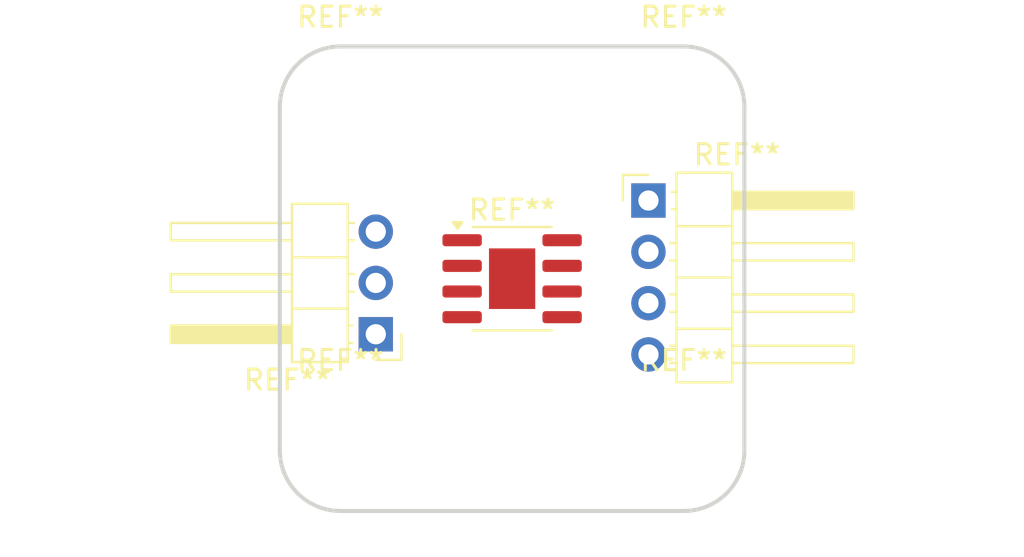
<source format=kicad_pcb>
(kicad_pcb (version 20241229) (generator "pcbnew") (generator_version "9.0")
  (layers (0 "F.Cu" signal) (2 "B.Cu" signal) (13 "F.Paste" user) (15 "B.Paste" user) (5 "F.SilkS" user "F.Silkscreen") (7 "B.SilkS" user "B.Silkscreen") (1 "F.Mask" user) (3 "B.Mask" user) (25 "Edge.Cuts" user))
  (net 0 "")
  (footprint "MountingHole:MountingHole_3.5mm" (layer "F.Cu") (at 8.5 8.5)
    (property "Reference" "REF**" (at 0 -4.45 0) (layer "F.SilkS"))
    (property "Value" "MountingHole_3.5mm")
    (pad "" np_thru_hole circle (at 0 0) (size 3.5 3.5) (drill 3.5) (layers "*.Cu" "*.Mask"))
  )
  (footprint "MountingHole:MountingHole_3.5mm" (layer "F.Cu") (at -8.499999 8.499999)
    (property "Reference" "REF**" (at 0 -4.45 0) (layer "F.SilkS"))
    (property "Value" "MountingHole_3.5mm")
    (pad "" np_thru_hole circle (at 0 0) (size 3.5 3.5) (drill 3.5) (layers "*.Cu" "*.Mask"))
  )
  (footprint "Connector_PinHeader_2.54mm:PinHeader_1x04_P2.54mm_Horizontal" (layer "F.Cu") (at 6.75 -3.87)
    (property "Reference" "REF**" (at 4.385 -2.27 0) (layer "F.SilkS"))
    (property "Value" "PinHeader_1x04_P2.54mm_Horizontal")
    (fp_line (start -1.27 -1.27) (end 0 -1.27) (stroke (width 0.12)) (layer "F.SilkS"))
    (fp_line (start -1.27 0) (end -1.27 -1.27) (stroke (width 0.12)) (layer "F.SilkS"))
    (fp_line (start 1.077358 2.11) (end 1.39 2.11) (stroke (width 0.12)) (layer "F.SilkS"))
    (fp_line (start 1.077358 2.97) (end 1.39 2.97) (stroke (width 0.12)) (layer "F.SilkS"))
    (fp_line (start 1.077358 4.65) (end 1.39 4.65) (stroke (width 0.12)) (layer "F.SilkS"))
    (fp_line (start 1.077358 5.51) (end 1.39 5.51) (stroke (width 0.12)) (layer "F.SilkS"))
    (fp_line (start 1.077358 7.19) (end 1.39 7.19) (stroke (width 0.12)) (layer "F.SilkS"))
    (fp_line (start 1.077358 8.05) (end 1.39 8.05) (stroke (width 0.12)) (layer "F.SilkS"))
    (fp_line (start 1.16 -0.43) (end 1.39 -0.43) (stroke (width 0.12)) (layer "F.SilkS"))
    (fp_line (start 1.16 0.43) (end 1.39 0.43) (stroke (width 0.12)) (layer "F.SilkS"))
    (fp_line (start 1.39 -1.38) (end 1.39 9) (stroke (width 0.12)) (layer "F.SilkS"))
    (fp_line (start 1.39 1.27) (end 4.15 1.27) (stroke (width 0.12)) (layer "F.SilkS"))
    (fp_line (start 1.39 3.81) (end 4.15 3.81) (stroke (width 0.12)) (layer "F.SilkS"))
    (fp_line (start 1.39 6.35) (end 4.15 6.35) (stroke (width 0.12)) (layer "F.SilkS"))
    (fp_line (start 1.39 9) (end 4.15 9) (stroke (width 0.12)) (layer "F.SilkS"))
    (fp_line (start 4.15 -1.38) (end 1.39 -1.38) (stroke (width 0.12)) (layer "F.SilkS"))
    (fp_line (start 4.15 2.11) (end 10.15 2.11) (stroke (width 0.12)) (layer "F.SilkS"))
    (fp_line (start 4.15 4.65) (end 10.15 4.65) (stroke (width 0.12)) (layer "F.SilkS"))
    (fp_line (start 4.15 7.19) (end 10.15 7.19) (stroke (width 0.12)) (layer "F.SilkS"))
    (fp_line (start 4.15 9) (end 4.15 -1.38) (stroke (width 0.12)) (layer "F.SilkS"))
    (fp_line (start 10.15 2.11) (end 10.15 2.97) (stroke (width 0.12)) (layer "F.SilkS"))
    (fp_line (start 10.15 2.97) (end 4.15 2.97) (stroke (width 0.12)) (layer "F.SilkS"))
    (fp_line (start 10.15 4.65) (end 10.15 5.51) (stroke (width 0.12)) (layer "F.SilkS"))
    (fp_line (start 10.15 5.51) (end 4.15 5.51) (stroke (width 0.12)) (layer "F.SilkS"))
    (fp_line (start 10.15 7.19) (end 10.15 8.05) (stroke (width 0.12)) (layer "F.SilkS"))
    (fp_line (start 10.15 8.05) (end 4.15 8.05) (stroke (width 0.12)) (layer "F.SilkS"))
    (fp_rect (start 4.15 -0.43) (end 10.15 0.43) (stroke (width 0.12)) (fill yes) (layer "F.SilkS"))
    (pad "1" thru_hole rect (at 0 0) (size 1.7 1.7) (drill 1) (layers "*.Cu" "*.Mask"))
    (pad "2" thru_hole circle (at 0 2.54) (size 1.7 1.7) (drill 1) (layers "*.Cu" "*.Mask"))
    (pad "3" thru_hole circle (at 0 5.08) (size 1.7 1.7) (drill 1) (layers "*.Cu" "*.Mask"))
    (pad "4" thru_hole circle (at 0 7.62) (size 1.7 1.7) (drill 1) (layers "*.Cu" "*.Mask"))
  )
  (footprint "Package_SO:SOIC-8-1EP_3.9x4.9mm_P1.27mm_EP2.29x3mm" (layer "F.Cu") (at 0 0)
    (property "Reference" "REF**" (at 0 -3.4 0) (layer "F.SilkS"))
    (property "Value" "SOIC-8-1EP_3.9x4.9mm_P1.27mm_EP2.29x3mm")
    (fp_line (start 0 -2.56) (end -1.95 -2.56) (stroke (width 0.12)) (layer "F.SilkS"))
    (fp_line (start 0 -2.56) (end 1.95 -2.56) (stroke (width 0.12)) (layer "F.SilkS"))
    (fp_line (start 0 2.56) (end -1.95 2.56) (stroke (width 0.12)) (layer "F.SilkS"))
    (fp_line (start 0 2.56) (end 1.95 2.56) (stroke (width 0.12)) (layer "F.SilkS"))
    (fp_poly (pts (xy -2.7 -2.465) (xy -2.94 -2.795) (xy -2.46 -2.795)) (stroke (width 0.12)) (fill yes) (layer "F.SilkS"))
    (pad "1" smd roundrect (at -2.475 -1.905) (size 1.95 0.6) (layers "F.Cu" "F.Mask" "F.Paste"))
    (pad "2" smd roundrect (at -2.475 -0.635) (size 1.95 0.6) (layers "F.Cu" "F.Mask" "F.Paste"))
    (pad "3" smd roundrect (at -2.475 0.635) (size 1.95 0.6) (layers "F.Cu" "F.Mask" "F.Paste"))
    (pad "4" smd roundrect (at -2.475 1.905) (size 1.95 0.6) (layers "F.Cu" "F.Mask" "F.Paste"))
    (pad "5" smd roundrect (at 2.475 1.905) (size 1.95 0.6) (layers "F.Cu" "F.Mask" "F.Paste"))
    (pad "6" smd roundrect (at 2.475 0.635) (size 1.95 0.6) (layers "F.Cu" "F.Mask" "F.Paste"))
    (pad "7" smd roundrect (at 2.475 -0.635) (size 1.95 0.6) (layers "F.Cu" "F.Mask" "F.Paste"))
    (pad "8" smd roundrect (at 2.475 -1.905) (size 1.95 0.6) (layers "F.Cu" "F.Mask" "F.Paste"))
    (pad "9" smd rect (at 0 0) (size 2.29 3) (property pad_prop_heatsink) (layers "F.Cu" "F.Mask"))
  )
  (footprint "Connector_PinHeader_2.54mm:PinHeader_1x03_P2.54mm_Horizontal" (layer "F.Cu") (at -6.75 2.75 180)
    (property "Reference" "REF**" (at 4.385 -2.27 0) (layer "F.SilkS"))
    (property "Value" "PinHeader_1x03_P2.54mm_Horizontal")
    (fp_line (start 10.15 5.51) (end 4.15 5.51) (stroke (width 0.12)) (layer "F.SilkS"))
    (fp_line (start 10.15 4.65) (end 10.15 5.51) (stroke (width 0.12)) (layer "F.SilkS"))
    (fp_line (start 10.15 2.97) (end 4.15 2.97) (stroke (width 0.12)) (layer "F.SilkS"))
    (fp_line (start 10.15 2.11) (end 10.15 2.97) (stroke (width 0.12)) (layer "F.SilkS"))
    (fp_line (start 4.15 6.46) (end 4.15 -1.38) (stroke (width 0.12)) (layer "F.SilkS"))
    (fp_line (start 4.15 4.65) (end 10.15 4.65) (stroke (width 0.12)) (layer "F.SilkS"))
    (fp_line (start 4.15 2.11) (end 10.15 2.11) (stroke (width 0.12)) (layer "F.SilkS"))
    (fp_line (start 4.15 -1.38) (end 1.39 -1.38) (stroke (width 0.12)) (layer "F.SilkS"))
    (fp_line (start 1.39 6.46) (end 4.15 6.46) (stroke (width 0.12)) (layer "F.SilkS"))
    (fp_line (start 1.39 3.81) (end 4.15 3.81) (stroke (width 0.12)) (layer "F.SilkS"))
    (fp_line (start 1.39 1.27) (end 4.15 1.27) (stroke (width 0.12)) (layer "F.SilkS"))
    (fp_line (start 1.39 -1.38) (end 1.39 6.46) (stroke (width 0.12)) (layer "F.SilkS"))
    (fp_line (start 1.16 0.43) (end 1.39 0.43) (stroke (width 0.12)) (layer "F.SilkS"))
    (fp_line (start 1.16 -0.43) (end 1.39 -0.43) (stroke (width 0.12)) (layer "F.SilkS"))
    (fp_line (start 1.077358 5.51) (end 1.39 5.51) (stroke (width 0.12)) (layer "F.SilkS"))
    (fp_line (start 1.077358 4.65) (end 1.39 4.65) (stroke (width 0.12)) (layer "F.SilkS"))
    (fp_line (start 1.077358 2.97) (end 1.39 2.97) (stroke (width 0.12)) (layer "F.SilkS"))
    (fp_line (start 1.077358 2.11) (end 1.39 2.11) (stroke (width 0.12)) (layer "F.SilkS"))
    (fp_line (start -1.27 0) (end -1.27 -1.27) (stroke (width 0.12)) (layer "F.SilkS"))
    (fp_line (start -1.27 -1.27) (end 0 -1.27) (stroke (width 0.12)) (layer "F.SilkS"))
    (fp_rect (start 4.15 -0.43) (end 10.15 0.43) (stroke (width 0.12)) (fill yes) (layer "F.SilkS"))
    (pad "1" thru_hole rect (at 0 0 180) (size 1.7 1.7) (drill 1) (layers "*.Cu" "*.Mask"))
    (pad "2" thru_hole circle (at 0 2.54 180) (size 1.7 1.7) (drill 1) (layers "*.Cu" "*.Mask"))
    (pad "3" thru_hole circle (at 0 5.08 180) (size 1.7 1.7) (drill 1) (layers "*.Cu" "*.Mask"))
  )
  (footprint "MountingHole:MountingHole_3.5mm" (layer "F.Cu") (at 8.5 -8.5)
    (property "Reference" "REF**" (at 0 -4.45 0) (layer "F.SilkS"))
    (property "Value" "MountingHole_3.5mm")
    (pad "" np_thru_hole circle (at 0 0) (size 3.5 3.5) (drill 3.5) (layers "*.Cu" "*.Mask"))
  )
  (footprint "MountingHole:MountingHole_3.5mm" (layer "F.Cu") (at -8.5 -8.5)
    (property "Reference" "REF**" (at 0 -4.45 0) (layer "F.SilkS"))
    (property "Value" "MountingHole_3.5mm")
    (pad "" np_thru_hole circle (at 0 0) (size 3.5 3.5) (drill 3.5) (layers "*.Cu" "*.Mask"))
  )
  (gr_arc (start -8.499999 11.5) (mid -10.62132 10.62132) (end -11.5 8.499999) (stroke (width 0.2)) (layer "Edge.Cuts"))
  (gr_line (start 11.5 -8.5) (end 11.5 8.5) (stroke (width 0.2)) (layer "Edge.Cuts"))
  (gr_arc (start 11.5 8.5) (mid 10.62132 10.62132) (end 8.5 11.5) (stroke (width 0.2)) (layer "Edge.Cuts"))
  (gr_line (start -11.5 -8.499999) (end -11.5 8.499999) (stroke (width 0.2)) (layer "Edge.Cuts"))
  (gr_line (start -8.499999 11.5) (end 8.5 11.5) (stroke (width 0.2)) (layer "Edge.Cuts"))
  (gr_arc (start 8.5 -11.5) (mid 10.62132 -10.62132) (end 11.5 -8.5) (stroke (width 0.2)) (layer "Edge.Cuts"))
  (gr_line (start -8.499999 -11.5) (end 8.5 -11.5) (stroke (width 0.2)) (layer "Edge.Cuts"))
  (gr_arc (start -11.5 -8.499999) (mid -10.62132 -10.62132) (end -8.499999 -11.5) (stroke (width 0.2)) (layer "Edge.Cuts"))
)
</source>
